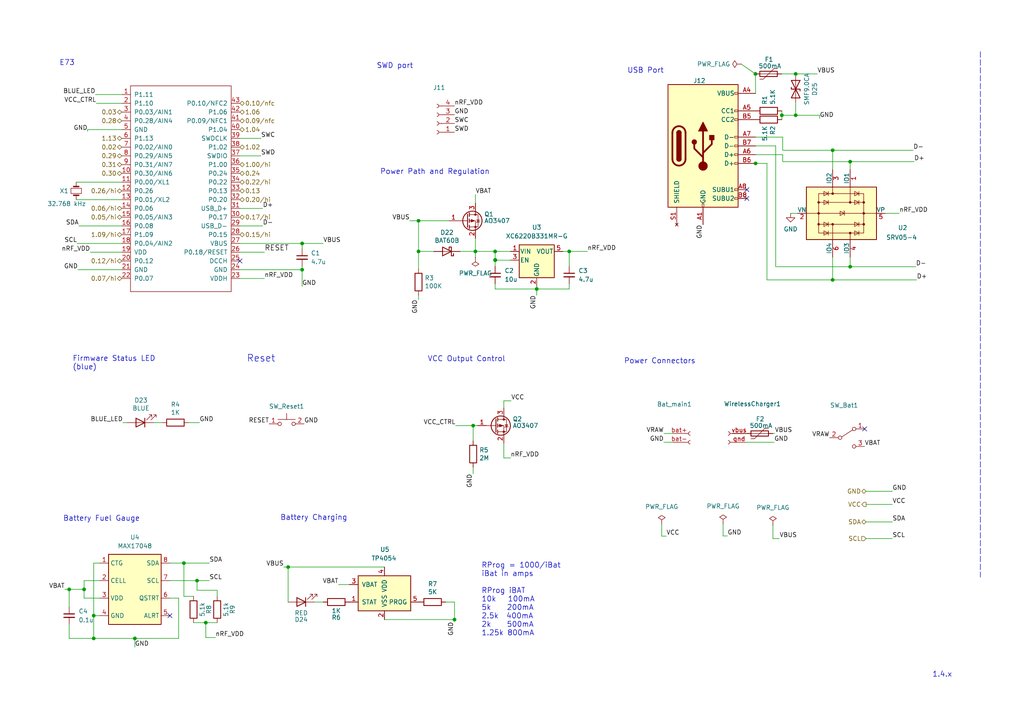
<source format=kicad_sch>
(kicad_sch (version 20211123) (generator eeschema)
  (paper "A4")
  (lib_symbols
    (symbol "Battery_Management:MCP73832-2-OT" (pin_names (offset 1.016))
      (property "Reference" "U" (at -7.62 6.35 0))
      (property "Value" "MCP73832-2-OT" (at 1.27 6.35 0))
      (symbol "MCP73832-2-OT_0_1"
        (rectangle (start -7.62 5.08) (end 7.62 -5.08) (stroke (width 0.254)) (fill (type background)))
      )
      (symbol "MCP73832-2-OT_1_1"
        (pin output line (at 10.16 -2.54 180) (length 2.54) (name "STAT") (number "1"))
        (pin power_in line (at 0 -7.62 90) (length 2.54) (name "VSS") (number "2"))
        (pin power_out line (at 10.16 2.54 180) (length 2.54) (name "VBAT") (number "3"))
        (pin power_in line (at 0 7.62 270) (length 2.54) (name "VDD") (number "4"))
        (pin input line (at -10.16 -2.54 0) (length 2.54) (name "PROG") (number "5"))
      )
    )
    (symbol "Connector:Conn_01x02_Female" (pin_names (offset 1.016) hide)
      (property "Reference" "WirelessCharger1" (at 14.859 8.4074 0))
      (symbol "Conn_01x02_Female_1_1"
        (arc (start 0 -2.032) (mid -0.508 -2.54) (end 0 -3.048) (stroke (width 0.1524)))
        (polyline (pts (xy -1.27 -2.54) (xy -0.508 -2.54)) (stroke (width 0.1524)))
        (polyline (pts (xy -1.27 0) (xy -0.508 0)) (stroke (width 0.1524)))
        (arc (start 0 0.508) (mid -0.508 0) (end 0 -0.508) (stroke (width 0.1524)))
        (pin passive line (at -5.08 -2.54 0) (length 3.81) (name "gnd") (number "gnd"))
        (pin passive line (at -5.08 0 0) (length 3.81) (name "vbus") (number "vbus"))
      )
    )
    (symbol "Connector:Conn_01x04_Female" (pin_names (offset 1.016) hide)
      (property "Reference" "J" (at 0 5.08 0))
      (property "Value" "Conn_01x04_Female" (at 0 -7.62 0))
      (symbol "Conn_01x04_Female_1_1"
        (arc (start 0 -4.572) (mid -0.508 -5.08) (end 0 -5.588) (stroke (width 0.1524)))
        (arc (start 0 -2.032) (mid -0.508 -2.54) (end 0 -3.048) (stroke (width 0.1524)))
        (polyline (pts (xy -1.27 -5.08) (xy -0.508 -5.08)) (stroke (width 0.1524)))
        (polyline (pts (xy -1.27 -2.54) (xy -0.508 -2.54)) (stroke (width 0.1524)))
        (polyline (pts (xy -1.27 0) (xy -0.508 0)) (stroke (width 0.1524)))
        (polyline (pts (xy -1.27 2.54) (xy -0.508 2.54)) (stroke (width 0.1524)))
        (arc (start 0 0.508) (mid -0.508 0) (end 0 -0.508) (stroke (width 0.1524)))
        (arc (start 0 3.048) (mid -0.508 2.54) (end 0 2.032) (stroke (width 0.1524)))
        (pin passive line (at -5.08 2.54 0) (length 3.81) (name "Pin_1") (number "1"))
        (pin passive line (at -5.08 0 0) (length 3.81) (name "Pin_2") (number "2"))
        (pin passive line (at -5.08 -2.54 0) (length 3.81) (name "Pin_3") (number "3"))
        (pin passive line (at -5.08 -5.08 0) (length 3.81) (name "Pin_4") (number "4"))
      )
    )
    (symbol "Device:C_Small" (pin_numbers hide) (pin_names (offset 0.254) hide)
      (property "Reference" "C" (at 0.254 1.778 0))
      (property "Value" "C_Small" (at 0.254 -2.032 0))
      (symbol "C_Small_0_1"
        (polyline (pts (xy -1.524 -0.508) (xy 1.524 -0.508)) (stroke (width 0.3302)))
        (polyline (pts (xy -1.524 0.508) (xy 1.524 0.508)) (stroke (width 0.3048)))
      )
      (symbol "C_Small_1_1"
        (pin passive line (at 0 2.54 270) (length 2.032) (name "~") (number "1"))
        (pin passive line (at 0 -2.54 90) (length 2.032) (name "~") (number "2"))
      )
    )
    (symbol "Device:D_TVS" (pin_numbers hide) (pin_names (offset 1.016) hide)
      (property "Reference" "D" (at 0 2.54 0))
      (property "Value" "D_TVS" (at 0 -2.54 0))
      (symbol "D_TVS_0_1"
        (polyline (pts (xy 1.27 0) (xy -1.27 0)))
        (polyline (pts (xy 0.508 1.27) (xy 0 1.27) (xy 0 -1.27) (xy -0.508 -1.27)) (stroke (width 0.254)))
        (polyline (pts (xy -2.54 1.27) (xy -2.54 -1.27) (xy 2.54 1.27) (xy 2.54 -1.27) (xy -2.54 1.27)) (stroke (width 0.254)))
      )
      (symbol "D_TVS_1_1"
        (pin passive line (at -3.81 0 0) (length 2.54) (name "A1") (number "1"))
        (pin passive line (at 3.81 0 180) (length 2.54) (name "A2") (number "2"))
      )
    )
    (symbol "Device:LED" (pin_numbers hide) (pin_names (offset 1.016) hide)
      (property "Reference" "D" (at 0 2.54 0))
      (property "Value" "LED" (at 0 -2.54 0))
      (symbol "LED_0_1"
        (polyline (pts (xy -1.27 -1.27) (xy -1.27 1.27)) (stroke (width 0.254)))
        (polyline (pts (xy -1.27 0) (xy 1.27 0)))
        (polyline (pts (xy 1.27 -1.27) (xy 1.27 1.27) (xy -1.27 0) (xy 1.27 -1.27)) (stroke (width 0.254)))
        (polyline (pts (xy -3.048 -0.762) (xy -4.572 -2.286) (xy -3.81 -2.286) (xy -4.572 -2.286) (xy -4.572 -1.524)))
        (polyline (pts (xy -1.778 -0.762) (xy -3.302 -2.286) (xy -2.54 -2.286) (xy -3.302 -2.286) (xy -3.302 -1.524)))
      )
      (symbol "LED_1_1"
        (pin passive line (at -3.81 0 0) (length 2.54) (name "K") (number "1"))
        (pin passive line (at 3.81 0 180) (length 2.54) (name "A") (number "2"))
      )
    )
    (symbol "Device:Polyfuse" (pin_numbers hide) (pin_names (offset 0))
      (property "Reference" "F" (at -2.54 0 90))
      (property "Value" "Polyfuse" (at 2.54 0 90))
      (symbol "Polyfuse_0_1"
        (rectangle (start -0.762 2.54) (end 0.762 -2.54) (stroke (width 0.254)))
        (polyline (pts (xy 0 2.54) (xy 0 -2.54)))
        (polyline (pts (xy -1.524 2.54) (xy -1.524 1.524) (xy 1.524 -1.524) (xy 1.524 -2.54)))
      )
      (symbol "Polyfuse_1_1"
        (pin passive line (at 0 3.81 270) (length 1.27) (name "~") (number "1"))
        (pin passive line (at 0 -3.81 90) (length 1.27) (name "~") (number "2"))
      )
    )
    (symbol "Device:R" (pin_numbers hide) (pin_names (offset 0))
      (property "Reference" "R" (at 2.032 0 90))
      (property "Value" "R" (at 0 0 90))
      (symbol "R_0_1"
        (rectangle (start -1.016 -2.54) (end 1.016 2.54) (stroke (width 0.254)))
      )
      (symbol "R_1_1"
        (pin passive line (at 0 3.81 270) (length 1.27) (name "~") (number "1"))
        (pin passive line (at 0 -3.81 90) (length 1.27) (name "~") (number "2"))
      )
    )
    (symbol "Diode:MBR0520" (pin_numbers hide) (pin_names (offset 1.016) hide)
      (property "Reference" "D" (at 0 2.54 0))
      (property "Value" "MBR0520" (at 0 -2.54 0))
      (symbol "MBR0520_0_1"
        (polyline (pts (xy 1.27 0) (xy -1.27 0)))
        (polyline (pts (xy 1.27 1.27) (xy 1.27 -1.27) (xy -1.27 0) (xy 1.27 1.27)) (stroke (width 0.254)))
        (polyline (pts (xy -1.905 0.635) (xy -1.905 1.27) (xy -1.27 1.27) (xy -1.27 -1.27) (xy -0.635 -1.27) (xy -0.635 -0.635)) (stroke (width 0.254)))
      )
      (symbol "MBR0520_1_1"
        (pin passive line (at -3.81 0 0) (length 2.54) (name "K") (number "1"))
        (pin passive line (at 3.81 0 180) (length 2.54) (name "A") (number "2"))
      )
    )
    (symbol "Power_Protection:SRV05-4" (pin_names (offset 0))
      (property "Reference" "U" (at -5.08 11.43 0))
      (property "Value" "SRV05-4" (at 2.54 11.43 0))
      (symbol "SRV05-4_0_0"
        (rectangle (start -5.715 6.477) (end 5.715 -6.604))
        (polyline (pts (xy -3.175 -6.604) (xy -3.175 6.477)))
        (polyline (pts (xy 3.175 6.477) (xy 3.175 -6.604)))
      )
      (symbol "SRV05-4_0_1"
        (rectangle (start -7.62 10.16) (end 7.62 -10.16) (stroke (width 0.254)) (fill (type background)))
        (circle (center -5.715 -2.54) (radius 0.2794) (fill (type outline)))
        (circle (center -3.175 -6.604) (radius 0.2794) (fill (type outline)))
        (circle (center -3.175 2.54) (radius 0.2794) (fill (type outline)))
        (circle (center -3.175 6.477) (radius 0.2794) (fill (type outline)))
        (circle (center 0 -6.604) (radius 0.2794) (fill (type outline)))
        (polyline (pts (xy -7.747 2.54) (xy -3.175 2.54)))
        (polyline (pts (xy -7.62 -2.54) (xy -5.715 -2.54)))
        (polyline (pts (xy -5.08 -3.81) (xy -6.35 -3.81)))
        (polyline (pts (xy -5.08 5.08) (xy -6.35 5.08)))
        (polyline (pts (xy -2.54 -3.81) (xy -3.81 -3.81)))
        (polyline (pts (xy -2.54 5.08) (xy -3.81 5.08)))
        (polyline (pts (xy 0 10.16) (xy 0 -10.16)))
        (polyline (pts (xy 3.81 -3.81) (xy 2.54 -3.81)))
        (polyline (pts (xy 3.81 5.08) (xy 2.54 5.08)))
        (polyline (pts (xy 6.35 -3.81) (xy 5.08 -3.81)))
        (polyline (pts (xy 6.35 5.08) (xy 5.08 5.08)))
        (polyline (pts (xy 7.62 -2.54) (xy 3.175 -2.54)))
        (polyline (pts (xy 7.62 2.54) (xy 5.715 2.54)))
        (polyline (pts (xy 0.635 0.889) (xy -0.635 0.889) (xy -0.635 0.635)))
        (polyline (pts (xy -5.08 -5.08) (xy -6.35 -5.08) (xy -5.715 -3.81) (xy -5.08 -5.08)))
        (polyline (pts (xy -5.08 3.81) (xy -6.35 3.81) (xy -5.715 5.08) (xy -5.08 3.81)))
        (polyline (pts (xy -2.54 -5.08) (xy -3.81 -5.08) (xy -3.175 -3.81) (xy -2.54 -5.08)))
        (polyline (pts (xy -2.54 3.81) (xy -3.81 3.81) (xy -3.175 5.08) (xy -2.54 3.81)))
        (polyline (pts (xy 0.635 -0.381) (xy -0.635 -0.381) (xy 0 0.889) (xy 0.635 -0.381)))
        (polyline (pts (xy 3.81 -5.08) (xy 2.54 -5.08) (xy 3.175 -3.81) (xy 3.81 -5.08)))
        (polyline (pts (xy 3.81 3.81) (xy 2.54 3.81) (xy 3.175 5.08) (xy 3.81 3.81)))
        (polyline (pts (xy 6.35 -5.08) (xy 5.08 -5.08) (xy 5.715 -3.81) (xy 6.35 -5.08)))
        (polyline (pts (xy 6.35 3.81) (xy 5.08 3.81) (xy 5.715 5.08) (xy 6.35 3.81)))
        (circle (center 0 6.477) (radius 0.2794) (fill (type outline)))
        (circle (center 3.175 -6.604) (radius 0.2794) (fill (type outline)))
        (circle (center 3.175 -2.54) (radius 0.2794) (fill (type outline)))
        (circle (center 3.175 6.477) (radius 0.2794) (fill (type outline)))
        (circle (center 5.715 2.54) (radius 0.2794) (fill (type outline)))
      )
      (symbol "SRV05-4_1_1"
        (pin passive line (at -12.7 2.54 0) (length 5.08) (name "IO1") (number "1"))
        (pin passive line (at 0 -12.7 90) (length 2.54) (name "VN") (number "2"))
        (pin passive line (at -12.7 -2.54 0) (length 5.08) (name "IO2") (number "3"))
        (pin passive line (at 12.7 2.54 180) (length 5.08) (name "IO3") (number "4"))
        (pin passive line (at 0 12.7 270) (length 2.54) (name "VP") (number "5"))
        (pin passive line (at 12.7 -2.54 180) (length 5.08) (name "IO4") (number "6"))
      )
    )
    (symbol "Regulator_Linear:AP2112K-3.3" (pin_names (offset 0.254))
      (property "Reference" "U" (at -5.08 5.715 0))
      (property "Value" "AP2112K-3.3" (at 0 5.715 0))
      (symbol "AP2112K-3.3_0_1"
        (rectangle (start -5.08 4.445) (end 5.08 -5.08) (stroke (width 0.254)) (fill (type background)))
      )
      (symbol "AP2112K-3.3_1_1"
        (pin power_in line (at -7.62 2.54 0) (length 2.54) (name "VIN") (number "1"))
        (pin power_in line (at 0 -7.62 90) (length 2.54) (name "GND") (number "2"))
        (pin input line (at -7.62 0 0) (length 2.54) (name "EN") (number "3"))
        (pin no_connect line (at 5.08 0 180) (length 2.54) hide (name "NC") (number "4"))
        (pin power_out line (at 7.62 2.54 180) (length 2.54) (name "VOUT") (number "5"))
      )
    )
    (symbol "Transistor_FET:BSS83P" (pin_names hide)
      (property "Reference" "Q" (at 5.08 1.905 0))
      (property "Value" "BSS83P" (at 5.08 0 0))
      (symbol "BSS83P_0_1"
        (polyline (pts (xy 0.254 0) (xy -2.54 0)))
        (polyline (pts (xy 0.254 1.905) (xy 0.254 -1.905)) (stroke (width 0.254)))
        (polyline (pts (xy 0.762 -1.27) (xy 0.762 -2.286)) (stroke (width 0.254)))
        (polyline (pts (xy 0.762 0.508) (xy 0.762 -0.508)) (stroke (width 0.254)))
        (polyline (pts (xy 0.762 2.286) (xy 0.762 1.27)) (stroke (width 0.254)))
        (polyline (pts (xy 2.54 2.54) (xy 2.54 1.778)))
        (polyline (pts (xy 2.54 -2.54) (xy 2.54 0) (xy 0.762 0)))
        (polyline (pts (xy 0.762 1.778) (xy 3.302 1.778) (xy 3.302 -1.778) (xy 0.762 -1.778)))
        (polyline (pts (xy 2.286 0) (xy 1.27 0.381) (xy 1.27 -0.381) (xy 2.286 0)) (fill (type outline)))
        (polyline (pts (xy 2.794 -0.508) (xy 2.921 -0.381) (xy 3.683 -0.381) (xy 3.81 -0.254)))
        (polyline (pts (xy 3.302 -0.381) (xy 2.921 0.254) (xy 3.683 0.254) (xy 3.302 -0.381)))
        (circle (center 1.651 0) (radius 2.794) (stroke (width 0.254)))
        (circle (center 2.54 -1.778) (radius 0.254) (fill (type outline)))
        (circle (center 2.54 1.778) (radius 0.254) (fill (type outline)))
      )
      (symbol "BSS83P_1_1"
        (pin input line (at -5.08 0 0) (length 2.54) (name "G") (number "1"))
        (pin passive line (at 2.54 -5.08 90) (length 2.54) (name "S") (number "2"))
        (pin passive line (at 2.54 5.08 270) (length 2.54) (name "D") (number "3"))
      )
    )
    (symbol "mysymbol:Conn_Battery_solderable" (pin_names (offset 1.016) hide)
      (property "Reference" "J?" (at 1.27 0.0001 0))
      (property "Value" "Conn_Battery_solderable" (at 1.27 -2.5399 0))
      (symbol "Conn_Battery_solderable_1_1"
        (arc (start 0 -2.032) (mid -0.508 -2.54) (end 0 -3.048) (stroke (width 0.1524)))
        (polyline (pts (xy -1.27 -2.54) (xy -0.508 -2.54)) (stroke (width 0.1524)))
        (polyline (pts (xy -1.27 0) (xy -0.508 0)) (stroke (width 0.1524)))
        (arc (start 0 0.508) (mid -0.508 0) (end 0 -0.508) (stroke (width 0.1524)))
        (pin passive line (at -5.08 0 0) (length 3.81) (name "Bat+") (number "bat+"))
        (pin passive line (at -5.08 -2.54 0) (length 3.81) (name "Bat-") (number "bat-"))
      )
    )
    (symbol "mysymbol:Crystal_Small" (pin_numbers hide) (pin_names (offset 1.016) hide)
      (property "Reference" "X1" (at -2.54 1.2701 90))
      (property "Value" "Crystal_Small" (at -2.54 -1.2699 90))
      (symbol "Crystal_Small_0_1"
        (rectangle (start -0.762 -1.524) (end 0.762 1.524))
        (polyline (pts (xy -1.27 -0.762) (xy -1.27 0.762)) (stroke (width 0.381)))
        (polyline (pts (xy 1.27 -0.762) (xy 1.27 0.762)) (stroke (width 0.381)))
      )
      (symbol "Crystal_Small_1_1"
        (pin passive line (at -2.54 0 0) (length 1.27) (name "1") (number "1"))
        (pin passive line (at 2.54 0 180) (length 1.27) (name "2") (number "2"))
      )
    )
    (symbol "mysymbol:E73-2G4M08S1C" (pin_names (offset 1.016))
      (property "Reference" "U?" (at -0.635 34.671 0))
      (property "Value" "E73-2G4M08S1C" (at -0.635 32.3596 0))
      (symbol "E73-2G4M08S1C_0_1"
        (rectangle (start -15.24 30.48) (end 13.97 -29.21))
      )
      (symbol "E73-2G4M08S1C_1_1"
        (pin input line (at -17.78 27.94 0) (length 2.54) (name "P1.11") (number "1"))
        (pin input line (at -17.78 5.08 0) (length 2.54) (name "P0.30/AIN6") (number "10"))
        (pin input line (at -17.78 2.54 0) (length 2.54) (name "P0.00/XL1") (number "11"))
        (pin input line (at -17.78 0 0) (length 2.54) (name "P0.26") (number "12"))
        (pin input line (at -17.78 -2.54 0) (length 2.54) (name "P0.01/XL2") (number "13"))
        (pin input line (at -17.78 -5.08 0) (length 2.54) (name "P0.06") (number "14"))
        (pin input line (at -17.78 -7.62 0) (length 2.54) (name "P0.05/AIN3") (number "15"))
        (pin input line (at -17.78 -10.16 0) (length 2.54) (name "P0.08") (number "16"))
        (pin input line (at -17.78 -12.7 0) (length 2.54) (name "P1.09") (number "17"))
        (pin input line (at -17.78 -15.24 0) (length 2.54) (name "P0.04/AIN2") (number "18"))
        (pin power_in line (at -17.78 -17.78 0) (length 2.54) (name "VDD") (number "19"))
        (pin input line (at -17.78 25.4 0) (length 2.54) (name "P1.10") (number "2"))
        (pin input line (at -17.78 -20.32 0) (length 2.54) (name "P0.12") (number "20"))
        (pin power_in line (at -17.78 -22.86 0) (length 2.54) (name "GND") (number "21"))
        (pin input line (at -17.78 -25.4 0) (length 2.54) (name "P0.07") (number "22"))
        (pin power_in line (at 16.51 -25.4 180) (length 2.54) (name "VDDH") (number "23"))
        (pin power_in line (at 16.51 -22.86 180) (length 2.54) (name "GND") (number "24"))
        (pin power_out line (at 16.51 -20.32 180) (length 2.54) (name "DCCH") (number "25"))
        (pin input line (at 16.51 -17.78 180) (length 2.54) (name "P0.18/RESET") (number "26"))
        (pin power_in line (at 16.51 -15.24 180) (length 2.54) (name "VBUS") (number "27"))
        (pin input line (at 16.51 -12.7 180) (length 2.54) (name "P0.15") (number "28"))
        (pin input line (at 16.51 -10.16 180) (length 2.54) (name "USB_D-") (number "29"))
        (pin input line (at -17.78 22.86 0) (length 2.54) (name "P0.03/AIN1") (number "3"))
        (pin input line (at 16.51 -7.62 180) (length 2.54) (name "P0.17") (number "30"))
        (pin input line (at 16.51 -5.08 180) (length 2.54) (name "USB_D+") (number "31"))
        (pin input line (at 16.51 -2.54 180) (length 2.54) (name "P0.20") (number "32"))
        (pin input line (at 16.51 0 180) (length 2.54) (name "P0.13") (number "33"))
        (pin input line (at 16.51 2.54 180) (length 2.54) (name "P0.22") (number "34"))
        (pin input line (at 16.51 5.08 180) (length 2.54) (name "P0.24") (number "35"))
        (pin input line (at 16.51 7.62 180) (length 2.54) (name "P1.00") (number "36"))
        (pin input line (at 16.51 10.16 180) (length 2.54) (name "SWDIO") (number "37"))
        (pin input line (at 16.51 12.7 180) (length 2.54) (name "P1.02") (number "38"))
        (pin input line (at 16.51 15.24 180) (length 2.54) (name "SWDCLK") (number "39"))
        (pin input line (at -17.78 20.32 0) (length 2.54) (name "P0.28/AIN4") (number "4"))
        (pin input line (at 16.51 17.78 180) (length 2.54) (name "P1.04") (number "40"))
        (pin input line (at 16.51 20.32 180) (length 2.54) (name "P0.09/NFC1") (number "41"))
        (pin input line (at 16.51 22.86 180) (length 2.54) (name "P1.06") (number "42"))
        (pin input line (at 16.51 25.4 180) (length 2.54) (name "P0.10/NFC2") (number "43"))
        (pin power_in line (at -17.78 17.78 0) (length 2.54) (name "GND") (number "5"))
        (pin input line (at -17.78 15.24 0) (length 2.54) (name "P1.13") (number "6"))
        (pin input line (at -17.78 12.7 0) (length 2.54) (name "P0.02/AIN0") (number "7"))
        (pin input line (at -17.78 10.16 0) (length 2.54) (name "P0.29/AIN5") (number "8"))
        (pin input line (at -17.78 7.62 0) (length 2.54) (name "P0.31/AIN7") (number "9"))
      )
    )
    (symbol "mysymbol:MAX17048"
      (property "Reference" "U" (at -6.985 11.43 0))
      (property "Value" "MAX17048" (at 0 16.51 0))
      (symbol "MAX17048_0_1"
        (rectangle (start -7.62 10.16) (end 7.62 -10.16) (stroke (width 0.254)) (fill (type background)))
      )
      (symbol "MAX17048_1_1"
        (pin passive line (at -10.16 7.62 0) (length 2.54) (name "CTG") (number "1"))
        (pin passive line (at -10.16 2.54 0) (length 2.54) (name "CELL") (number "2"))
        (pin power_in line (at -10.16 -2.54 0) (length 2.54) (name "VDD") (number "3"))
        (pin power_in line (at -10.16 -7.62 0) (length 2.54) (name "GND") (number "4"))
        (pin output line (at 10.16 -7.62 180) (length 2.54) (name "ALRT") (number "5"))
        (pin input line (at 10.16 -2.54 180) (length 2.54) (name "QSTRT") (number "6"))
        (pin bidirectional line (at 10.16 2.54 180) (length 2.54) (name "SCL") (number "7"))
        (pin bidirectional line (at 10.16 7.62 180) (length 2.54) (name "SDA") (number "8"))
      )
    )
    (symbol "mysymbol:SW_Battery-kbd" (pin_names (offset 0) hide)
      (property "Reference" "SW_Battery?" (at 7.62 4.3476 0))
      (property "Value" "SW_Battery-kbd" (at 5.08 -6.35 0))
      (symbol "SW_Battery-kbd_0_0"
        (circle (center -2.032 0) (radius 0.508))
        (circle (center 2.032 -2.54) (radius 0.508))
      )
      (symbol "SW_Battery-kbd_0_1"
        (polyline (pts (xy -1.524 0.254) (xy 1.651 2.286)))
        (circle (center 2.032 2.54) (radius 0.508))
      )
      (symbol "SW_Battery-kbd_1_1"
        (pin passive line (at 5.08 2.54 180) (length 2.54) (name "A") (number "1"))
        (pin passive line (at -5.08 0 0) (length 2.54) (name "B") (number "2"))
        (pin passive line (at 5.08 -2.54 180) (length 2.54) (name "C") (number "3"))
      )
    )
    (symbol "mysymbol:SW_RESET-kbd" (pin_names (offset 1.016) hide)
      (property "Reference" "RSW?" (at 0 7.239 0))
      (property "Value" "SW_RESET-kbd" (at 0 4.9276 0))
      (symbol "SW_RESET-kbd_0_1"
        (circle (center -2.032 0) (radius 0.508))
        (polyline (pts (xy 0 1.27) (xy 0 3.048)))
        (polyline (pts (xy 2.54 1.27) (xy -2.54 1.27)))
        (circle (center 2.032 0) (radius 0.508))
        (pin passive line (at -5.08 0 0) (length 2.54) (name "1") (number "1"))
        (pin passive line (at 5.08 0 180) (length 2.54) (name "2") (number "2"))
      )
    )
    (symbol "mysymbol:USB_C_Receptacle_USB2.0" (pin_names (offset 1.016))
      (property "Reference" "J?" (at 2.7178 24.3078 0))
      (symbol "USB_C_Receptacle_USB2.0_0_0"
        (rectangle (start -0.254 -17.78) (end 0.254 -16.764))
        (rectangle (start 10.16 -14.986) (end 9.144 -15.494))
        (rectangle (start 10.16 -12.446) (end 9.144 -12.954))
        (rectangle (start 10.16 -4.826) (end 9.144 -5.334))
        (rectangle (start 10.16 -2.286) (end 9.144 -2.794))
        (rectangle (start 10.16 0.254) (end 9.144 -0.254))
        (rectangle (start 10.16 2.794) (end 9.144 2.286))
        (rectangle (start 10.16 7.874) (end 9.144 7.366))
        (rectangle (start 10.16 10.414) (end 9.144 9.906))
        (rectangle (start 10.16 15.494) (end 9.144 14.986))
      )
      (symbol "USB_C_Receptacle_USB2.0_0_1"
        (rectangle (start -10.16 17.78) (end 10.16 -17.78) (stroke (width 0.254)) (fill (type background)))
        (arc (start -8.89 -3.81) (mid -6.985 -5.715) (end -5.08 -3.81) (stroke (width 0.508)))
        (arc (start -7.62 -3.81) (mid -6.985 -4.445) (end -6.35 -3.81) (stroke (width 0.254)))
        (arc (start -7.62 -3.81) (mid -6.985 -4.445) (end -6.35 -3.81) (stroke (width 0.254)) (fill (type outline)))
        (rectangle (start -7.62 -3.81) (end -6.35 3.81) (stroke (width 0.254)) (fill (type outline)))
        (arc (start -6.35 3.81) (mid -6.985 4.445) (end -7.62 3.81) (stroke (width 0.254)))
        (arc (start -6.35 3.81) (mid -6.985 4.445) (end -7.62 3.81) (stroke (width 0.254)) (fill (type outline)))
        (arc (start -5.08 3.81) (mid -6.985 5.715) (end -8.89 3.81) (stroke (width 0.508)))
        (circle (center -2.54 1.143) (radius 0.635) (stroke (width 0.254)) (fill (type outline)))
        (circle (center 0 -5.842) (radius 1.27) (fill (type outline)))
        (polyline (pts (xy -8.89 -3.81) (xy -8.89 3.81)) (stroke (width 0.508)))
        (polyline (pts (xy -5.08 3.81) (xy -5.08 -3.81)) (stroke (width 0.508)))
        (polyline (pts (xy 0 -5.842) (xy 0 4.318)) (stroke (width 0.508)))
        (polyline (pts (xy 0 -3.302) (xy -2.54 -0.762) (xy -2.54 0.508)) (stroke (width 0.508)))
        (polyline (pts (xy 0 -2.032) (xy 2.54 0.508) (xy 2.54 1.778)) (stroke (width 0.508)))
        (polyline (pts (xy -1.27 4.318) (xy 0 6.858) (xy 1.27 4.318) (xy -1.27 4.318)) (stroke (width 0.254)) (fill (type outline)))
        (rectangle (start 1.905 1.778) (end 3.175 3.048) (stroke (width 0.254)) (fill (type outline)))
      )
      (symbol "USB_C_Receptacle_USB2.0_1_1"
        (pin power_in line (at 0 -22.86 90) (length 5.08) (name "GND") (number "A1"))
        (pin power_in line (at 15.24 15.24 180) (length 5.08) (name "VBUS") (number "A4"))
        (pin bidirectional line (at 15.24 10.16 180) (length 5.08) (name "CC1") (number "A5"))
        (pin bidirectional line (at 15.24 -2.54 180) (length 5.08) (name "D+") (number "A6"))
        (pin bidirectional line (at 15.24 2.54 180) (length 5.08) (name "D-") (number "A7"))
        (pin input line (at 12.7 -12.7 180) (length 2.54) (name "SUBU1") (number "A8"))
        (pin bidirectional line (at 15.24 7.62 180) (length 5.08) (name "CC2") (number "B5"))
        (pin bidirectional line (at 15.24 -5.08 180) (length 5.08) (name "D+") (number "B6"))
        (pin bidirectional line (at 15.24 0 180) (length 5.08) (name "D-") (number "B7"))
        (pin input line (at 12.7 -15.24 180) (length 2.54) (name "SUBU2") (number "B8"))
        (pin no_connect line (at -7.62 -22.86 90) (length 5.08) (name "SHIELD") (number "S1"))
      )
    )
    (symbol "power:GND" (power) (pin_names (offset 0))
      (property "Value" "GND" (at 0 -3.81 0))
      (symbol "GND_0_1"
        (polyline (pts (xy 0 0) (xy 0 -1.27) (xy 1.27 -1.27) (xy 0 -2.54) (xy -1.27 -1.27) (xy 0 -1.27)))
      )
      (symbol "GND_1_1"
        (pin power_in line (at 0 0 270) (length 0) hide (name "GND") (number "1"))
      )
    )
    (symbol "power:PWR_FLAG" (power) (pin_numbers hide) (pin_names (offset 0) hide)
      (property "Value" "PWR_FLAG" (at 0 3.81 0))
      (symbol "PWR_FLAG_0_0"
        (pin power_out line (at 0 0 90) (length 0) (name "pwr") (number "1"))
      )
      (symbol "PWR_FLAG_0_1"
        (polyline (pts (xy 0 0) (xy 0 1.27) (xy -1.016 1.905) (xy 0 2.54) (xy 1.016 1.905) (xy 0 1.27)))
      )
    )
  )
  (junction (at 59.69 180.594))
  (junction (at 27.178 178.562))
  (junction (at 241.5032 81.1784))
  (junction (at 143.6116 75.4634))
  (junction (at 87.63 70.612))
  (junction (at 137.8966 72.9234))
  (junction (at 137.2362 123.444))
  (junction (at 121.3866 64.0334))
  (junction (at 165.1 72.9234))
  (junction (at 53.34 163.322))
  (junction (at 230.7844 21.4376))
  (junction (at 155.6766 83.82))
  (junction (at 83.566 164.465))
  (junction (at 131.826 179.705))
  (junction (at 241.5032 43.5864))
  (junction (at 121.3866 72.9234))
  (junction (at 246.5832 77.3684))
  (junction (at 143.6116 72.9234))
  (junction (at 24.384 170.942))
  (junction (at 143.6624 75.4126))
  (junction (at 39.116 185.166))
  (junction (at 57.15 168.402))
  (junction (at 226.7712 33.4264))
  (junction (at 219.1004 21.4376))
  (junction (at 143.6116 75.4126))
  (junction (at 246.5832 46.8884))
  (junction (at 20.066 170.942))
  (junction (at 27.178 185.166))
  (junction (at 87.63 78.232))
  (junction (at 219.1512 47.3964))
  (junction (at 230.7844 33.4264))
  (no_connect (at 49.276 178.562))
  (no_connect (at 250.7742 124.4092))
  (no_connect (at 69.596 75.692))
  (no_connect (at 216.6112 55.0164))
  (no_connect (at 216.6112 57.5564))
  (wire (pts (xy 191.9224 152.0444) (xy 191.9224 155.4988)))
  (wire (pts (xy 209.7278 155.448) (xy 210.9978 155.448)))
  (wire (pts (xy 170.3832 72.9234) (xy 165.1 72.9234)))
  (wire (pts (xy 54.6862 122.5804) (xy 57.8612 122.5804)))
  (wire (pts (xy 83.566 174.625) (xy 83.566 164.465)))
  (wire (pts (xy 143.6116 75.4126) (xy 143.6624 75.4126)))
  (wire (pts (xy 62.992 171.196) (xy 62.992 172.974)))
  (wire (pts (xy 143.6116 75.4126) (xy 143.6116 75.4634)))
  (wire (pts (xy 121.3866 85.6234) (xy 121.3866 86.8934)))
  (wire (pts (xy 143.6116 72.9234) (xy 148.0566 72.9234)))
  (wire (pts (xy 20.066 170.942) (xy 24.384 170.942)))
  (wire (pts (xy 57.15 168.402) (xy 60.706 168.402)))
  (wire (pts (xy 224.9932 42.3164) (xy 224.9932 77.3684)))
  (wire (pts (xy 82.296 164.465) (xy 83.566 164.465)))
  (wire (pts (xy 51.816 185.166) (xy 51.816 173.482)))
  (wire (pts (xy 27.178 185.166) (xy 39.116 185.166)))
  (wire (pts (xy 57.15 171.196) (xy 62.992 171.196)))
  (wire (pts (xy 87.63 70.612) (xy 87.63 72.136)))
  (wire (pts (xy 227.0252 44.8564) (xy 227.0252 46.8884)))
  (wire (pts (xy 137.2362 123.444) (xy 138.5062 123.444)))
  (wire (pts (xy 222.4532 81.1784) (xy 241.5032 81.1784)))
  (wire (pts (xy 219.1004 21.4376) (xy 219.1512 27.0764)))
  (wire (pts (xy 25.4 37.592) (xy 25.4 38.1)))
  (wire (pts (xy 155.6766 83.82) (xy 155.6766 85.6234)))
  (wire (pts (xy 69.596 65.532) (xy 76.2 65.532)))
  (wire (pts (xy 121.3866 72.9234) (xy 125.8316 72.9234)))
  (wire (pts (xy 216.281 128.27) (xy 224.536 128.27)))
  (wire (pts (xy 121.3866 72.9234) (xy 121.3866 78.0034)))
  (wire (pts (xy 137.8966 72.9234) (xy 137.8966 74.676)))
  (wire (pts (xy 246.5832 74.5744) (xy 246.5832 77.3684)))
  (wire (pts (xy 192.532 128.27) (xy 195.0974 128.27)))
  (wire (pts (xy 69.596 80.772) (xy 76.708 80.772)))
  (polyline (pts (xy 284.353 14.986) (xy 284.353 167.386)))
  (wire (pts (xy 192.5574 125.73) (xy 195.0974 125.73)))
  (wire (pts (xy 39.116 185.166) (xy 51.816 185.166)))
  (wire (pts (xy 22.098 52.832) (xy 35.306 52.832)))
  (wire (pts (xy 59.69 180.594) (xy 59.69 184.912)))
  (wire (pts (xy 146.1262 128.524) (xy 146.1262 132.8166)))
  (wire (pts (xy 28.956 178.562) (xy 27.178 178.562)))
  (wire (pts (xy 24.384 173.482) (xy 28.956 173.482)))
  (wire (pts (xy 155.6766 83.0834) (xy 155.6766 83.82)))
  (wire (pts (xy 28.956 163.322) (xy 27.178 163.322)))
  (wire (pts (xy 59.69 184.912) (xy 62.484 184.912)))
  (wire (pts (xy 241.5032 81.1784) (xy 265.8872 81.1784)))
  (wire (pts (xy 35.6362 122.5804) (xy 36.9062 122.5804)))
  (wire (pts (xy 87.63 78.232) (xy 87.63 83.058)))
  (wire (pts (xy 227.0252 46.8884) (xy 246.5832 46.8884)))
  (wire (pts (xy 25.4 37.592) (xy 35.306 37.592)))
  (wire (pts (xy 219.1512 44.8564) (xy 227.0252 44.8564)))
  (wire (pts (xy 215.011 18.5928) (xy 219.1004 21.4376)))
  (wire (pts (xy 18.796 170.942) (xy 20.066 170.942)))
  (wire (pts (xy 251.206 142.494) (xy 258.826 142.494)))
  (wire (pts (xy 49.276 163.322) (xy 53.34 163.322)))
  (wire (pts (xy 218.8972 47.3964) (xy 219.1512 47.3964)))
  (wire (pts (xy 230.7844 33.4264) (xy 237.744 33.4264)))
  (wire (pts (xy 24.384 170.942) (xy 24.384 173.482)))
  (wire (pts (xy 56.134 180.594) (xy 59.69 180.594)))
  (wire (pts (xy 219.1512 47.3964) (xy 222.4532 47.3964)))
  (wire (pts (xy 165.1 82.3214) (xy 165.1 83.82)))
  (wire (pts (xy 137.8966 56.4134) (xy 137.8966 58.9534)))
  (wire (pts (xy 251.206 151.384) (xy 258.826 151.384)))
  (wire (pts (xy 143.6116 82.3214) (xy 143.6116 83.82)))
  (wire (pts (xy 121.3866 64.0334) (xy 130.2766 64.0334)))
  (wire (pts (xy 39.116 185.166) (xy 39.116 187.706)))
  (wire (pts (xy 143.6116 72.9234) (xy 143.6116 75.4126)))
  (wire (pts (xy 51.816 173.482) (xy 49.276 173.482)))
  (wire (pts (xy 69.596 40.132) (xy 75.692 40.132)))
  (wire (pts (xy 22.606 78.232) (xy 35.306 78.232)))
  (wire (pts (xy 53.34 163.322) (xy 60.706 163.322)))
  (wire (pts (xy 137.2362 127.889) (xy 137.2362 123.444)))
  (wire (pts (xy 148.0566 75.4634) (xy 143.6116 75.4634)))
  (wire (pts (xy 137.8966 69.1134) (xy 137.8966 72.9234)))
  (wire (pts (xy 22.86 65.532) (xy 35.306 65.532)))
  (wire (pts (xy 165.1 83.82) (xy 155.6766 83.82)))
  (wire (pts (xy 22.352 70.612) (xy 35.306 70.612)))
  (wire (pts (xy 246.5832 46.8884) (xy 246.5832 49.1744)))
  (wire (pts (xy 209.7278 151.892) (xy 209.7278 155.448)))
  (wire (pts (xy 121.3866 64.0334) (xy 121.3866 72.9234)))
  (wire (pts (xy 224.1804 152.2984) (xy 224.1804 156.21)))
  (wire (pts (xy 59.69 180.594) (xy 62.992 180.594)))
  (wire (pts (xy 49.276 168.402) (xy 57.15 168.402)))
  (wire (pts (xy 146.1262 132.8166) (xy 148.082 132.8166)))
  (wire (pts (xy 111.506 179.705) (xy 131.826 179.705)))
  (wire (pts (xy 131.826 179.705) (xy 131.826 180.34)))
  (wire (pts (xy 241.5032 74.5744) (xy 241.5032 81.1784)))
  (wire (pts (xy 56.134 172.974) (xy 53.34 172.974)))
  (wire (pts (xy 24.384 168.402) (xy 24.384 170.942)))
  (wire (pts (xy 226.7712 33.4264) (xy 230.7844 33.4264)))
  (wire (pts (xy 69.596 60.452) (xy 76.2 60.452)))
  (wire (pts (xy 53.34 172.974) (xy 53.34 163.322)))
  (wire (pts (xy 143.6116 83.82) (xy 155.6766 83.82)))
  (wire (pts (xy 222.4532 47.3964) (xy 222.4532 81.1784)))
  (wire (pts (xy 69.596 78.232) (xy 87.63 78.232)))
  (wire (pts (xy 133.4516 72.9234) (xy 137.8966 72.9234)))
  (wire (pts (xy 27.178 178.562) (xy 27.178 185.166)))
  (wire (pts (xy 224.155 125.73) (xy 224.6884 125.73)))
  (wire (pts (xy 27.94 29.972) (xy 35.306 29.972)))
  (wire (pts (xy 98.171 169.545) (xy 101.346 169.545)))
  (wire (pts (xy 219.1512 39.7764) (xy 227.0252 39.7764)))
  (wire (pts (xy 91.186 174.625) (xy 93.726 174.625)))
  (wire (pts (xy 230.7844 21.4376) (xy 237.0328 21.4376)))
  (wire (pts (xy 22.098 57.912) (xy 35.306 57.912)))
  (wire (pts (xy 69.596 73.152) (xy 76.708 73.152)))
  (wire (pts (xy 132.1562 123.444) (xy 137.2362 123.444)))
  (wire (pts (xy 246.5832 77.3684) (xy 265.6332 77.3684)))
  (wire (pts (xy 137.8966 72.9234) (xy 143.6116 72.9234)))
  (wire (pts (xy 20.066 181.102) (xy 20.066 185.166)))
  (wire (pts (xy 230.7844 21.4376) (xy 230.7844 22.0472)))
  (wire (pts (xy 241.5032 43.5864) (xy 241.5032 49.1744)))
  (wire (pts (xy 137.2362 135.509) (xy 137.2362 137.414)))
  (wire (pts (xy 251.206 156.21) (xy 258.826 156.21)))
  (wire (pts (xy 191.9224 155.4988) (xy 193.2432 155.4988)))
  (wire (pts (xy 69.596 45.212) (xy 75.692 45.212)))
  (wire (pts (xy 241.5032 43.5864) (xy 264.8712 43.5864)))
  (wire (pts (xy 27.178 163.322) (xy 27.178 178.562)))
  (wire (pts (xy 131.826 174.625) (xy 131.826 179.705)))
  (wire (pts (xy 246.5832 46.8884) (xy 265.1252 46.8884)))
  (wire (pts (xy 146.1262 118.364) (xy 146.1262 116.2558)))
  (wire (pts (xy 20.066 176.022) (xy 20.066 170.942)))
  (wire (pts (xy 57.15 168.402) (xy 57.15 171.196)))
  (wire (pts (xy 256.7432 61.8744) (xy 260.8072 61.8744)))
  (wire (pts (xy 87.63 78.232) (xy 87.63 77.216)))
  (wire (pts (xy 26.162 73.152) (xy 35.306 73.152)))
  (wire (pts (xy 224.1804 156.21) (xy 226.06 156.21)))
  (wire (pts (xy 226.7204 21.4376) (xy 230.7844 21.4376)))
  (wire (pts (xy 216.281 125.73) (xy 216.535 125.73)))
  (wire (pts (xy 87.63 70.612) (xy 93.726 70.612)))
  (wire (pts (xy 28.956 168.402) (xy 24.384 168.402)))
  (wire (pts (xy 44.5262 122.5804) (xy 47.0662 122.5804)))
  (wire (pts (xy 146.1262 116.2558) (xy 148.2344 116.2558)))
  (wire (pts (xy 219.1512 42.3164) (xy 224.9932 42.3164)))
  (wire (pts (xy 165.1 72.9234) (xy 163.2966 72.9234)))
  (wire (pts (xy 226.7712 32.1564) (xy 226.7712 33.4264)))
  (wire (pts (xy 226.7712 33.4264) (xy 226.7712 34.6964)))
  (wire (pts (xy 143.6116 75.4634) (xy 143.6116 77.2414)))
  (wire (pts (xy 69.596 70.612) (xy 87.63 70.612)))
  (wire (pts (xy 121.3866 64.0334) (xy 118.8466 64.0334)))
  (wire (pts (xy 83.566 164.465) (xy 111.506 164.465)))
  (wire (pts (xy 237.744 33.4264) (xy 237.744 34.3408)))
  (wire (pts (xy 227.0252 39.7764) (xy 227.0252 43.5864)))
  (wire (pts (xy 230.7844 29.6672) (xy 230.7844 33.4264)))
  (wire (pts (xy 27.686 27.432) (xy 35.306 27.432)))
  (wire (pts (xy 165.1 72.9234) (xy 165.1 77.2414)))
  (wire (pts (xy 224.9932 77.3684) (xy 246.5832 77.3684)))
  (wire (pts (xy 20.066 185.166) (xy 27.178 185.166)))
  (wire (pts (xy 251.206 146.304) (xy 258.826 146.304)))
  (wire (pts (xy 229.3112 61.8744) (xy 231.3432 61.8744)))
  (wire (pts (xy 227.0252 43.5864) (xy 241.5032 43.5864)))
  (wire (pts (xy 129.286 174.625) (xy 131.826 174.625)))
  (text "Battery Charging" (at 81.28 151.13 0) (effects (font (size 1.524 1.524)) (justify left bottom)))
  (text "Reset" (at 79.9084 105.2576 180) (effects (font (size 2 2)) (justify right bottom)))
  (text "Power Path and Regulation" (at 110.236 50.8 0) (effects (font (size 1.524 1.524)) (justify left bottom)))
  (text "RProg = 1000/iBat\niBat in amps\n\nRProg iBAT\n10k   100mA\n5k    200mA\n2.5k  400mA\n2k    500mA\n1.25k 800mA" (at 139.6238 184.6072 0) (effects (font (size 1.524 1.524)) (justify left bottom)))
  (text "1.4.x" (at 270.383 196.596 0) (effects (font (size 1.524 1.524)) (justify left bottom)))
  (text "USB Port" (at 181.9148 21.4376 0) (effects (font (size 1.524 1.524)) (justify left bottom)))
  (text "Battery Fuel Gauge" (at 18.288 151.384 0) (effects (font (size 1.524 1.524)) (justify left bottom)))
  (text "E73" (at 17.2212 19.2024 0) (effects (font (size 1.524 1.524)) (justify left bottom)))
  (text "VCC Output Control" (at 124.0028 105.1052 0) (effects (font (size 1.524 1.524)) (justify left bottom)))
  (text "Power Connectors" (at 201.7776 105.7148 180) (effects (font (size 1.524 1.524)) (justify right bottom)))
  (text "SWD port" (at 109.22 20.066 0) (effects (font (size 1.524 1.524)) (justify left bottom)))
  (text "Firmware Status LED\n(blue)" (at 21.0312 107.4674 0) (effects (font (size 1.524 1.524)) (justify left bottom)))
  (label "GND" (at 210.9978 155.448 0))
  (label "VCC" (at 148.2344 116.2558 0))
  (label "RESET" (at 78.0542 122.936 180))
  (label "GND" (at 39.116 187.706 0))
  (label "VCC" (at 258.826 146.304 0))
  (label "VCC" (at 193.2432 155.4988 0))
  (label "GND" (at 121.3866 86.8934 270))
  (label "VBAT" (at 250.7742 129.4892 0))
  (label "GND" (at 203.9112 65.1764 270))
  (label "GND" (at 87.63 83.058 0))
  (label "SCL" (at 22.352 70.612 180))
  (label "D-" (at 265.6332 77.3684 0))
  (label "GND" (at 25.4 38.1 180))
  (label "GND" (at 57.8612 122.5804 0))
  (label "D-" (at 76.2 65.532 0))
  (label "D+" (at 265.8872 81.1784 0))
  (label "GND" (at 131.826 33.274 0))
  (label "VBUS" (at 237.0328 21.4376 0))
  (label "VRAW" (at 192.5574 125.73 180))
  (label "GND" (at 224.536 128.27 0))
  (label "nRF_VDD" (at 62.484 184.912 0))
  (label "RESET" (at 76.708 73.152 0) (effects (font (size 1.524 1.524))))
  (label "VBAT" (at 18.796 170.942 180))
  (label "VBUS" (at 226.06 156.21 0))
  (label "D+" (at 265.1252 46.8884 0))
  (label "SWD" (at 75.692 45.212 0))
  (label "D+" (at 76.2 60.452 0))
  (label "BLUE_LED" (at 35.6362 122.5804 180))
  (label "SDA" (at 60.706 163.322 0))
  (label "SDA" (at 258.826 151.384 0))
  (label "VBUS" (at 93.726 70.612 0))
  (label "GND" (at 192.532 128.27 180))
  (label "VBUS" (at 118.8466 64.0334 180))
  (label "SWC" (at 131.826 35.814 0))
  (label "VCC_CTRL" (at 27.94 29.972 180))
  (label "D-" (at 264.8712 43.5864 0))
  (label "SDA" (at 22.86 65.532 180))
  (label "GND" (at 88.2142 122.936 0))
  (label "nRF_VDD" (at 170.3832 72.9234 0))
  (label "VRAW" (at 240.6142 126.9492 180))
  (label "VBUS" (at 224.6884 125.73 0))
  (label "VBUS" (at 82.296 164.465 180))
  (label "nRF_VDD" (at 26.162 73.152 180))
  (label "nRF_VDD" (at 131.826 30.734 0))
  (label "GND" (at 22.606 78.232 180))
  (label "VBAT" (at 98.171 169.545 180))
  (label "BLUE_LED" (at 27.686 27.432 180))
  (label "SCL" (at 60.706 168.402 0))
  (label "nRF_VDD" (at 260.8072 61.8744 0))
  (label "VCC_CTRL" (at 132.1562 123.444 180))
  (label "nRF_VDD" (at 148.082 132.8166 0))
  (label "VBAT" (at 137.8966 56.4134 0))
  (label "SWD" (at 131.826 38.354 0))
  (label "GND" (at 258.826 142.494 0))
  (label "SWC" (at 75.692 40.132 0))
  (label "GND" (at 137.2362 137.414 270))
  (label "GND" (at 131.826 180.34 270))
  (label "SCL" (at 258.826 156.21 0))
  (label "GND" (at 155.6766 85.6234 270))
  (label "nRF_VDD" (at 76.708 80.772 0))
  (label "GND" (at 237.744 34.3408 0))
  (hierarchical_label "1.02" (shape bidirectional) (at 69.596 42.672 0))
  (hierarchical_label "1.04" (shape bidirectional) (at 69.596 37.592 0))
  (hierarchical_label "1.09{slash}hi" (shape bidirectional) (at 35.306 68.072 180))
  (hierarchical_label "GND" (shape bidirectional) (at 251.206 142.494 180))
  (hierarchical_label "0.17{slash}hi" (shape bidirectional) (at 69.596 62.992 0))
  (hierarchical_label "0.26{slash}hi" (shape bidirectional) (at 35.306 55.372 180))
  (hierarchical_label "SCL" (shape input) (at 251.206 156.21 180))
  (hierarchical_label "SDA" (shape bidirectional) (at 251.206 151.384 180))
  (hierarchical_label "1.13" (shape bidirectional) (at 35.306 40.132 180))
  (hierarchical_label "0.06{slash}hi" (shape bidirectional) (at 35.306 60.452 180))
  (hierarchical_label "VCC" (shape output) (at 251.206 146.304 180))
  (hierarchical_label "0.05{slash}hi" (shape bidirectional) (at 35.306 62.992 180))
  (hierarchical_label "0.13" (shape bidirectional) (at 69.596 55.372 0))
  (hierarchical_label "0.02" (shape bidirectional) (at 35.306 42.672 180))
  (hierarchical_label "0.30" (shape bidirectional) (at 35.306 50.292 180))
  (hierarchical_label "0.22{slash}hi" (shape bidirectional) (at 69.596 52.832 0))
  (hierarchical_label "0.20{slash}hi" (shape bidirectional) (at 69.596 57.912 0))
  (hierarchical_label "1.06" (shape bidirectional) (at 69.596 32.512 0))
  (hierarchical_label "0.09{slash}nfc" (shape bidirectional) (at 69.596 35.052 0))
  (hierarchical_label "0.10{slash}nfc" (shape bidirectional) (at 69.596 29.972 0))
  (hierarchical_label "0.12{slash}hi" (shape bidirectional) (at 35.306 75.692 180))
  (hierarchical_label "0.24" (shape bidirectional) (at 69.596 50.292 0))
  (hierarchical_label "0.03" (shape bidirectional) (at 35.306 32.512 180))
  (hierarchical_label "1.00{slash}hi" (shape bidirectional) (at 69.596 47.752 0))
  (hierarchical_label "0.07{slash}hi" (shape bidirectional) (at 35.306 80.772 180))
  (hierarchical_label "0.31" (shape bidirectional) (at 35.306 47.752 180))
  (hierarchical_label "0.29" (shape bidirectional) (at 35.306 45.212 180))
  (hierarchical_label "0.28" (shape bidirectional) (at 35.306 35.052 180))
  (hierarchical_label "0.15{slash}hi" (shape bidirectional) (at 69.596 68.072 0))
  (symbol (lib_id "Transistor_FET:BSS83P") (at 135.3566 64.0334 0) (unit 1)
    (property "Reference" "Q1" (at 140.4366 62.1284 0) (effects (justify left)))
    (property "Value" "AO3407" (at 140.4366 64.0334 0) (effects (justify left)))
    (property "Footprint" "Package_TO_SOT_SMD:SOT-23" (effects hide))
    (property "Datasheet" "http://www.farnell.com/datasheets/1835997.pdf" (effects hide))
  )
  (symbol (lib_id "mysymbol:MAX17048") (at 39.116 170.942 0) (unit 1)
    (property "Reference" "U4" (at 39.116 155.829 0))
    (property "Value" "MAX17048" (at 39.116 158.369 0))
    (property "Footprint" "mylib:MAX17048-TDFN-8-1EP_2x2mm_P0.5mm_EP0.8x1.2mm" (effects hide))
    (property "Datasheet" "https://www.maximintegrated.com/en/products/power/battery-management/MAX17048.html" (effects hide))
  )
  (symbol (lib_id "Power_Protection:SRV05-4") (at 244.0432 61.8744 270) (unit 1)
    (property "Reference" "U2" (at 260.4262 66.0654 90) (effects (justify left)))
    (property "Value" "SRV05-4" (at 256.9972 68.8594 90) (effects (justify left)))
    (property "Footprint" "mylib:SRV05-4" (effects hide))
    (property "Datasheet" "http://www.onsemi.com/pub/Collateral/SRV05-4-D.PDF" (effects hide))
    (property "LCSC Part" "C558418" (effects hide))
    (property "Part Name" "TVS Diode Array" (effects hide))
  )
  (symbol (lib_id "Device:R") (at 137.2362 131.699 0) (unit 1)
    (property "Reference" "R5" (at 139.0142 130.5306 0) (effects (justify left)))
    (property "Value" "2M" (at 139.0142 132.842 0) (effects (justify left)))
    (property "Footprint" "Resistor_SMD:R_0603_1608Metric" (effects hide))
  )
  (symbol (lib_id "Transistor_FET:BSS83P") (at 143.5862 123.444 0) (unit 1)
    (property "Reference" "Q2" (at 148.6662 121.539 0) (effects (justify left)))
    (property "Value" "AO3407" (at 148.6662 123.444 0) (effects (justify left)))
    (property "Footprint" "Package_TO_SOT_SMD:SOT-23" (effects hide))
    (property "Datasheet" "http://www.farnell.com/datasheets/1835997.pdf" (effects hide))
  )
  (symbol (lib_id "mysymbol:Conn_Battery_solderable") (at 200.1774 125.73 0) (unit 1)
    (property "Reference" "Bat_main1" (at 190.5254 117.2464 0) (effects (justify left)))
    (property "Value" "Conn_Battery_solderable" (effects hide))
    (property "Footprint" "mylib:Molex_Panelmate_53780-0270_1x02-1MP_P1.25mm_Horizontal" (effects hide))
  )
  (symbol (lib_id "Regulator_Linear:AP2112K-3.3") (at 155.6766 75.4634 0) (unit 1)
    (property "Reference" "U3" (at 155.6766 65.9384 0))
    (property "Value" "XC6220B331MR-G" (at 155.6766 68.4784 0))
    (property "Footprint" "Package_TO_SOT_SMD:SOT-23-5" (effects hide))
    (property "Datasheet" "https://www.diodes.com/assets/Datasheets/AP2112.pdf" (effects hide))
  )
  (symbol (lib_id "power:PWR_FLAG") (at 224.1804 152.2984 0) (unit 1)
    (property "Reference" "#FLG03" (effects hide))
    (property "Value" "PWR_FLAG" (at 224.1804 147.2184 0))
  )
  (symbol (lib_id "power:GND") (at 229.3112 61.8744 0) (unit 1)
    (property "Reference" "#PWR01" (effects hide))
    (property "Value" "GND" (at 229.3112 66.4464 0))
  )
  (symbol (lib_id "Device:Polyfuse") (at 222.9104 21.4376 270) (unit 1)
    (property "Reference" "F1" (at 223.0374 17.2466 90))
    (property "Value" "500mA" (at 223.2914 19.1516 90))
    (property "Footprint" "Fuse:Fuse_1206_3216Metric" (effects hide))
    (property "LCSC Part" "C151162" (effects hide))
    (property "Part Name" "Polyfuse" (effects hide))
  )
  (symbol (lib_id "Device:C_Small") (at 165.1 79.7814 0) (unit 1)
    (property "Reference" "C3" (at 167.767 78.5176 0) (effects (justify left)))
    (property "Value" "4.7u" (at 167.767 81.0576 0) (effects (justify left)))
    (property "Footprint" "Capacitor_SMD:C_0603_1608Metric" (effects hide))
  )
  (symbol (lib_id "mysymbol:USB_C_Receptacle_USB2.0") (at 203.9112 42.3164 0) (unit 1)
    (property "Reference" "J12" (at 202.8444 23.4188 0))
    (property "Value" "USB-C USB 2.0 MC-372" (effects hide))
    (property "Footprint" "mylib:nrfmicro_USB-C_C168688" (effects hide))
    (property "Datasheet" "https://www.usb.org/sites/default/files/documents/usb_type-c.zip" (effects hide))
  )
  (symbol (lib_id "mysymbol:E73-2G4M08S1C") (at 53.086 55.372 0) (unit 1)
    (property "Reference" "U1" (at 52.451 21.59 0) (effects (font (size 0 0))))
    (property "Value" "E73-2G4M08S1C" (effects hide))
    (property "Footprint" "mylib:E73-2G4M08S1C-52840" (effects hide))
  )
  (symbol (lib_id "Device:D_TVS") (at 230.7844 25.8572 270) (unit 1)
    (property "Reference" "D25" (at 236.2962 25.8572 0))
    (property "Value" "SMF9.0CA" (at 233.9848 25.8572 0))
    (property "Footprint" "Diode_SMD:D_SOD-123F" (effects hide))
    (property "LCSC Part" "C435473" (effects hide))
    (property "Part Name" "Bidirectional Diode" (effects hide))
  )
  (symbol (lib_id "power:PWR_FLAG") (at 137.8966 74.676 180) (unit 1)
    (property "Reference" "#FLG0101" (effects hide))
    (property "Value" "PWR_FLAG" (at 137.8966 79.248 0))
  )
  (symbol (lib_id "Device:C_Small") (at 143.6116 79.7814 0) (unit 1)
    (property "Reference" "C2" (at 146.3294 78.5114 0) (effects (justify left)))
    (property "Value" "10u" (at 146.3294 81.0514 0) (effects (justify left)))
    (property "Footprint" "Capacitor_SMD:C_0603_1608Metric" (effects hide))
  )
  (symbol (lib_id "Connector:Conn_01x02_Female") (at 211.201 125.73 0) (mirror y) (unit 1) (in_bom no)
    (property "Reference" "WirelessCharger1" (at 226.5172 117.1448 0) (effects (justify left)))
    (property "Value" "Conn_01x02_Female" (effects hide))
    (property "Footprint" "mylib:JST_ACH_BM02B-ACHSS-GAN-ETF_1x02-1MP_P1.20mm_Vertical" (effects hide))
  )
  (symbol (lib_id "Device:LED") (at 40.7162 122.5804 180) (unit 1)
    (property "Reference" "D23" (at 40.894 116.1034 0))
    (property "Value" "BLUE" (at 40.894 118.4148 0))
    (property "Footprint" "LED_SMD:LED_0603_1608Metric" (effects hide))
  )
  (symbol (lib_id "mysymbol:Crystal_Small") (at 22.098 55.372 90) (unit 1)
    (property "Reference" "X1" (at 17.272 55.372 90) (effects (justify right)))
    (property "Value" "32.768 kHz" (at 13.716 59.1058 90) (effects (justify right)))
    (property "Footprint" "Crystal:Crystal_SMD_MicroCrystal_CM9V-T1A-2Pin_1.6x1.0mm" (effects hide))
  )
  (symbol (lib_id "Device:C_Small") (at 20.066 178.562 0) (unit 1)
    (property "Reference" "C4" (at 22.7838 177.292 0) (effects (justify left)))
    (property "Value" "0.1u" (at 22.7838 179.832 0) (effects (justify left)))
    (property "Footprint" "Capacitor_SMD:C_0603_1608Metric" (effects hide))
  )
  (symbol (lib_id "Device:R") (at 222.9612 32.1564 90) (unit 1)
    (property "Reference" "R1" (at 221.7928 30.3784 0) (effects (justify left)))
    (property "Value" "5.1K" (at 224.1042 30.3784 0) (effects (justify left)))
    (property "Footprint" "Resistor_SMD:R_0603_1608Metric" (effects hide))
  )
  (symbol (lib_id "Device:R") (at 97.536 174.625 90) (unit 1)
    (property "Reference" "R6" (at 97.536 179.07 90))
    (property "Value" "1K" (at 97.536 177.165 90))
    (property "Footprint" "Resistor_SMD:R_0603_1608Metric" (effects hide))
  )
  (symbol (lib_id "Device:R") (at 50.8762 122.5804 90) (unit 1)
    (property "Reference" "R4" (at 50.8762 117.3226 90))
    (property "Value" "1K" (at 50.8762 119.634 90))
    (property "Footprint" "Resistor_SMD:R_0603_1608Metric" (effects hide))
  )
  (symbol (lib_id "Device:LED") (at 87.376 174.625 180) (unit 1)
    (property "Reference" "D24" (at 87.376 179.705 0))
    (property "Value" "RED" (at 87.376 177.8 0))
    (property "Footprint" "LED_SMD:LED_0603_1608Metric" (effects hide))
  )
  (symbol (lib_id "Connector:Conn_01x04_Female") (at 126.746 35.814 180) (unit 1)
    (property "Reference" "J11" (at 127.381 25.4 0))
    (property "Value" "Conn_01x04_Female" (effects hide))
    (property "Footprint" "Connector_PinHeader_2.54mm:PinHeader_1x04_P2.54mm_Vertical" (effects hide))
  )
  (symbol (lib_id "Device:R") (at 62.992 176.784 180) (unit 1)
    (property "Reference" "R9" (at 67.437 176.784 90))
    (property "Value" "5.1k" (at 65.532 176.784 90))
    (property "Footprint" "Resistor_SMD:R_0603_1608Metric" (effects hide))
  )
  (symbol (lib_id "Device:R") (at 121.3866 81.8134 0) (unit 1)
    (property "Reference" "R3" (at 123.1646 80.645 0) (effects (justify left)))
    (property "Value" "100K" (at 123.1646 82.9564 0) (effects (justify left)))
    (property "Footprint" "Resistor_SMD:R_0603_1608Metric" (effects hide))
  )
  (symbol (lib_id "mysymbol:SW_Battery-kbd") (at 245.6942 126.9492 0) (unit 1)
    (property "Reference" "SW_Bat1" (at 244.8306 117.5512 0))
    (property "Value" "SW_Battery-kbd" (effects hide))
    (property "Footprint" "mylib:SW_BSI10" (effects hide))
  )
  (symbol (lib_id "Battery_Management:MCP73832-2-OT") (at 111.506 172.085 0) (mirror y) (unit 1)
    (property "Reference" "U5" (at 110.236 159.385 0) (effects (justify right)))
    (property "Value" "TP4054" (at 107.696 161.925 0) (effects (justify right)))
    (property "Footprint" "Package_TO_SOT_SMD:SOT-23-5" (effects hide))
    (property "Datasheet" "http://ww1.microchip.com/downloads/en/DeviceDoc/20001984g.pdf" (effects hide))
  )
  (symbol (lib_id "power:PWR_FLAG") (at 191.9224 152.0444 0) (unit 1)
    (property "Reference" "#FLG02" (effects hide))
    (property "Value" "PWR_FLAG" (at 191.9224 146.9644 0))
  )
  (symbol (lib_id "power:PWR_FLAG") (at 215.011 18.5928 90) (unit 1)
    (property "Reference" "#FLG0102" (effects hide))
    (property "Value" "PWR_FLAG" (at 211.8106 18.5927 90) (effects (justify left)))
  )
  (symbol (lib_id "Device:C_Small") (at 87.63 74.676 0) (unit 1)
    (property "Reference" "C1" (at 90.17 73.4122 0) (effects (justify left)))
    (property "Value" "4.7u" (at 90.17 75.9522 0) (effects (justify left)))
    (property "Footprint" "Capacitor_SMD:C_0603_1608Metric" (effects hide))
  )
  (symbol (lib_id "Device:Polyfuse") (at 220.345 125.73 270) (unit 1)
    (property "Reference" "F2" (at 220.472 121.539 90))
    (property "Value" "500mA" (at 220.726 123.444 90))
    (property "Footprint" "Fuse:Fuse_1206_3216Metric" (effects hide))
    (property "LCSC Part" "C151162" (effects hide))
    (property "Part Name" "Polyfuse" (effects hide))
  )
  (symbol (lib_id "mysymbol:SW_RESET-kbd") (at 83.1342 122.936 0) (unit 1)
    (property "Reference" "SW_Reset1" (at 83.1342 117.856 0))
    (property "Value" "SW_RESET-kbd" (effects hide))
    (property "Footprint" "mylib:SW_Reset_vertical" (effects hide))
  )
  (symbol (lib_id "Device:R") (at 125.476 174.625 90) (unit 1)
    (property "Reference" "R7" (at 125.476 169.3672 90))
    (property "Value" "5K" (at 125.476 171.6786 90))
    (property "Footprint" "Resistor_SMD:R_0603_1608Metric" (effects hide))
  )
  (symbol (lib_id "Device:R") (at 222.9612 34.6964 270) (unit 1)
    (property "Reference" "R2" (at 224.1296 36.4744 0) (effects (justify left)))
    (property "Value" "5.1K" (at 221.8182 36.4744 0) (effects (justify left)))
    (property "Footprint" "Resistor_SMD:R_0603_1608Metric" (effects hide))
  )
  (symbol (lib_id "Device:R") (at 56.134 176.784 180) (unit 1)
    (property "Reference" "R8" (at 60.579 176.784 90))
    (property "Value" "5.1k" (at 58.674 176.784 90))
    (property "Footprint" "Resistor_SMD:R_0603_1608Metric" (effects hide))
  )
  (symbol (lib_id "Diode:MBR0520") (at 129.6416 72.9234 180) (unit 1)
    (property "Reference" "D22" (at 129.6416 67.437 0))
    (property "Value" "BAT60B" (at 129.6416 69.7484 0))
    (property "Footprint" "Diode_SMD:D_SOD-323" (effects hide))
    (property "Datasheet" "http://www.mccsemi.com/up_pdf/MBR0520~MBR0580(SOD123).pdf" (effects hide))
  )
  (symbol (lib_id "power:PWR_FLAG") (at 209.7278 151.892 0) (unit 1)
    (property "Reference" "#FLG01" (effects hide))
    (property "Value" "PWR_FLAG" (at 209.7278 146.812 0))
  )
)
</source>
